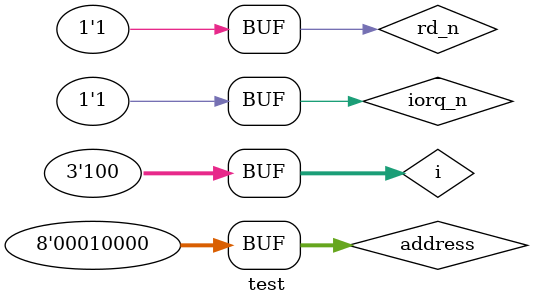
<source format=v>


module msxusb(
	IORQ_N,
	RD_N,
	A,
	BUSDIR,
	CS_CH376S_N
);


input wire	IORQ_N;
input wire	RD_N;
input wire	[7:0] A;
output wire	BUSDIR;
output wire	CS_CH376S_N;

wire	SYNTHESIZED_WIRE_0;

assign	CS_CH376S_N = SYNTHESIZED_WIRE_0;




IO_Busdir	b2v_inst(
	.rd_n(RD_N),
	.cs_ch376s_n(SYNTHESIZED_WIRE_0),
	.busdir(BUSDIR));


CH376s_IO_Address_Selector	b2v_inst2(
	.iorq_n(IORQ_N),
	.address_bus(A),
	.cs_ch376s_n(SYNTHESIZED_WIRE_0));


endmodule

// Testbench Code Goes here
module test;
	reg [7:0] address;
	reg iorq_n, rd_n;
	reg [2:0] i;
	wire busdir, cs;
	
	//	IORQ_N,RD_N,A,BUSDIR,CS_CH376S_N
	msxusb TST (iorq_n,rd_n,address,busdir,cs);
	
	initial
	begin
		address = 17;
		iorq_n = 0;
		rd_n = 0;
		$monitor(address,iorq_n,rd_n,busdir,cs);
		for (i = 0; i < 4; i = i + 1) begin
			#10;
			{iorq_n,rd_n} = i;
		end
		address = 16;
		for (i = 0; i < 4; i = i + 1) begin
			#10;
			{iorq_n,rd_n} = i;
		end
	end

endmodule

</source>
